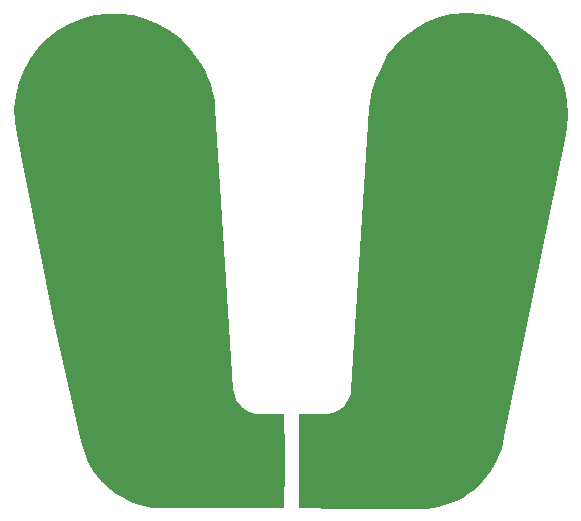
<source format=gbr>
%TF.GenerationSoftware,KiCad,Pcbnew,5.1.7-a382d34a8~88~ubuntu16.04.1*%
%TF.CreationDate,2021-09-09T22:43:01+02:00*%
%TF.ProjectId,korad_kel103_converter,6b6f7261-645f-46b6-956c-3130335f636f,rev?*%
%TF.SameCoordinates,Original*%
%TF.FileFunction,Copper,L1,Top*%
%TF.FilePolarity,Positive*%
%FSLAX46Y46*%
G04 Gerber Fmt 4.6, Leading zero omitted, Abs format (unit mm)*
G04 Created by KiCad (PCBNEW 5.1.7-a382d34a8~88~ubuntu16.04.1) date 2021-09-09 22:43:01*
%MOMM*%
%LPD*%
G01*
G04 APERTURE LIST*
%TA.AperFunction,SMDPad,CuDef*%
%ADD10R,4.000000X8.000000*%
%TD*%
%TA.AperFunction,ComponentPad*%
%ADD11C,0.900000*%
%TD*%
%TA.AperFunction,ComponentPad*%
%ADD12C,11.000000*%
%TD*%
%TA.AperFunction,ComponentPad*%
%ADD13C,16.000000*%
%TD*%
%TA.AperFunction,ViaPad*%
%ADD14C,0.800000*%
%TD*%
%TA.AperFunction,ViaPad*%
%ADD15C,2.000000*%
%TD*%
%TA.AperFunction,Conductor*%
%ADD16C,0.254000*%
%TD*%
%TA.AperFunction,Conductor*%
%ADD17C,0.100000*%
%TD*%
G04 APERTURE END LIST*
D10*
%TO.P,J5,1*%
%TO.N,Net-(J2-Pad1)*%
X139700000Y-93550000D03*
%TD*%
%TO.P,J6,1*%
%TO.N,Net-(J1-Pad1)*%
X134500000Y-93550000D03*
%TD*%
D11*
%TO.P,J4,1*%
%TO.N,Net-(J2-Pad1)*%
X144818019Y-88818019D03*
X143500000Y-92000000D03*
X144818019Y-95181981D03*
X148000000Y-96500000D03*
X151181981Y-95181981D03*
X152500000Y-92000000D03*
X151181981Y-88818019D03*
X148000000Y-87500000D03*
D12*
X148000000Y-92000000D03*
%TD*%
D11*
%TO.P,J3,1*%
%TO.N,Net-(J1-Pad1)*%
X122818019Y-88818019D03*
X121500000Y-92000000D03*
X122818019Y-95181981D03*
X126000000Y-96500000D03*
X129181981Y-95181981D03*
X130500000Y-92000000D03*
X129181981Y-88818019D03*
X126000000Y-87500000D03*
D12*
X126000000Y-92000000D03*
%TD*%
D13*
%TO.P,J2,1*%
%TO.N,Net-(J2-Pad1)*%
X151900000Y-63900000D03*
%TD*%
%TO.P,J1,1*%
%TO.N,Net-(J1-Pad1)*%
X122000000Y-64000000D03*
%TD*%
D14*
%TO.N,Net-(J1-Pad1)*%
X135750000Y-96500000D03*
X135750000Y-94750000D03*
X135750000Y-93250000D03*
X135750000Y-91750000D03*
X135750000Y-90250000D03*
D15*
X122000000Y-58000000D03*
X128000000Y-64000000D03*
X116000000Y-64000000D03*
X122000000Y-70000000D03*
X126000000Y-68000000D03*
X126000000Y-60000000D03*
X118000000Y-60000000D03*
X118000000Y-68000000D03*
D14*
X134500000Y-93250000D03*
X134500000Y-90250000D03*
X134500000Y-96500000D03*
X134500000Y-94750000D03*
X134500000Y-91750000D03*
X133250000Y-90250000D03*
X133250000Y-93250000D03*
X133250000Y-91750000D03*
X133250000Y-96500000D03*
X133250000Y-94750000D03*
D15*
%TO.N,Net-(J2-Pad1)*%
X152000000Y-58000000D03*
X152000000Y-70000000D03*
X158000000Y-64000000D03*
X146000000Y-64000000D03*
X148000000Y-68000000D03*
X148000000Y-60000000D03*
X156000000Y-60000000D03*
X156000000Y-68000000D03*
D14*
X139750000Y-93500000D03*
X139750000Y-92000000D03*
X138500000Y-95000000D03*
X138500000Y-92000000D03*
X141000000Y-93500000D03*
X141000000Y-95000000D03*
X138500000Y-90250000D03*
X139750000Y-95000000D03*
X139750000Y-96500000D03*
X141000000Y-92000000D03*
X139750000Y-90250000D03*
X138500000Y-96500000D03*
X138500000Y-93500000D03*
X141000000Y-90250000D03*
X141000000Y-96500000D03*
%TD*%
D16*
%TO.N,Net-(J1-Pad1)*%
X122560195Y-55721453D02*
X123650165Y-55868264D01*
X124711146Y-56157943D01*
X125724492Y-56585398D01*
X126672400Y-57143117D01*
X127538223Y-57821306D01*
X128309536Y-58610906D01*
X128831809Y-59293520D01*
X128864463Y-59342191D01*
X129373801Y-60031582D01*
X129660044Y-60604068D01*
X129879883Y-61083029D01*
X130066569Y-61573603D01*
X130220152Y-62075529D01*
X130339945Y-62586559D01*
X130425424Y-63104457D01*
X130476404Y-63628967D01*
X131988302Y-87387356D01*
X131989152Y-87396013D01*
X132029978Y-87703361D01*
X132033442Y-87720401D01*
X132115868Y-88019292D01*
X132121627Y-88035699D01*
X132244107Y-88320529D01*
X132252054Y-88335995D01*
X132412292Y-88601426D01*
X132422276Y-88615662D01*
X132617268Y-88856717D01*
X132629104Y-88869455D01*
X132855196Y-89081616D01*
X132868660Y-89092619D01*
X133121612Y-89271909D01*
X133136453Y-89280969D01*
X133411524Y-89424027D01*
X133427465Y-89430975D01*
X133719499Y-89535118D01*
X133736237Y-89539824D01*
X134039759Y-89603102D01*
X134056985Y-89605477D01*
X134366245Y-89626698D01*
X134659293Y-89647657D01*
X134937810Y-89708244D01*
X135204867Y-89807852D01*
X135455025Y-89944448D01*
X135683196Y-90115255D01*
X135884745Y-90316804D01*
X136055552Y-90544975D01*
X136192148Y-90795133D01*
X136291756Y-91062190D01*
X136352343Y-91340707D01*
X136373000Y-91629530D01*
X136373000Y-95245844D01*
X136354568Y-95527068D01*
X136300396Y-95799406D01*
X136211145Y-96062330D01*
X136088335Y-96311365D01*
X135934074Y-96542233D01*
X135750995Y-96750995D01*
X135542233Y-96934074D01*
X135311365Y-97088335D01*
X135062330Y-97211145D01*
X134799406Y-97300396D01*
X134527068Y-97354568D01*
X134245844Y-97373000D01*
X126252394Y-97373000D01*
X125721386Y-97353065D01*
X125195762Y-97293643D01*
X124676070Y-97194976D01*
X124165230Y-97057619D01*
X123666138Y-96882350D01*
X123181573Y-96670146D01*
X122714302Y-96422218D01*
X122266933Y-96139949D01*
X121841983Y-95824929D01*
X121441846Y-95478932D01*
X121068782Y-95103911D01*
X120724892Y-94701979D01*
X120412099Y-94275385D01*
X120132167Y-93826530D01*
X119886690Y-93357975D01*
X119677027Y-92872314D01*
X119504370Y-92372305D01*
X119369079Y-91858438D01*
X117107664Y-81741578D01*
X113904445Y-65828224D01*
X113733202Y-64712897D01*
X113711537Y-63613298D01*
X113835489Y-62520493D01*
X114102885Y-61453683D01*
X114509023Y-60431607D01*
X115046773Y-59472220D01*
X115706679Y-58592388D01*
X116477155Y-57807558D01*
X117344660Y-57131524D01*
X118293953Y-56576162D01*
X119308359Y-56151227D01*
X120370058Y-55864187D01*
X121460386Y-55720085D01*
X122560195Y-55721453D01*
%TA.AperFunction,Conductor*%
D17*
G36*
X122560195Y-55721453D02*
G01*
X123650165Y-55868264D01*
X124711146Y-56157943D01*
X125724492Y-56585398D01*
X126672400Y-57143117D01*
X127538223Y-57821306D01*
X128309536Y-58610906D01*
X128831809Y-59293520D01*
X128864463Y-59342191D01*
X129373801Y-60031582D01*
X129660044Y-60604068D01*
X129879883Y-61083029D01*
X130066569Y-61573603D01*
X130220152Y-62075529D01*
X130339945Y-62586559D01*
X130425424Y-63104457D01*
X130476404Y-63628967D01*
X131988302Y-87387356D01*
X131989152Y-87396013D01*
X132029978Y-87703361D01*
X132033442Y-87720401D01*
X132115868Y-88019292D01*
X132121627Y-88035699D01*
X132244107Y-88320529D01*
X132252054Y-88335995D01*
X132412292Y-88601426D01*
X132422276Y-88615662D01*
X132617268Y-88856717D01*
X132629104Y-88869455D01*
X132855196Y-89081616D01*
X132868660Y-89092619D01*
X133121612Y-89271909D01*
X133136453Y-89280969D01*
X133411524Y-89424027D01*
X133427465Y-89430975D01*
X133719499Y-89535118D01*
X133736237Y-89539824D01*
X134039759Y-89603102D01*
X134056985Y-89605477D01*
X134366245Y-89626698D01*
X134659293Y-89647657D01*
X134937810Y-89708244D01*
X135204867Y-89807852D01*
X135455025Y-89944448D01*
X135683196Y-90115255D01*
X135884745Y-90316804D01*
X136055552Y-90544975D01*
X136192148Y-90795133D01*
X136291756Y-91062190D01*
X136352343Y-91340707D01*
X136373000Y-91629530D01*
X136373000Y-95245844D01*
X136354568Y-95527068D01*
X136300396Y-95799406D01*
X136211145Y-96062330D01*
X136088335Y-96311365D01*
X135934074Y-96542233D01*
X135750995Y-96750995D01*
X135542233Y-96934074D01*
X135311365Y-97088335D01*
X135062330Y-97211145D01*
X134799406Y-97300396D01*
X134527068Y-97354568D01*
X134245844Y-97373000D01*
X126252394Y-97373000D01*
X125721386Y-97353065D01*
X125195762Y-97293643D01*
X124676070Y-97194976D01*
X124165230Y-97057619D01*
X123666138Y-96882350D01*
X123181573Y-96670146D01*
X122714302Y-96422218D01*
X122266933Y-96139949D01*
X121841983Y-95824929D01*
X121441846Y-95478932D01*
X121068782Y-95103911D01*
X120724892Y-94701979D01*
X120412099Y-94275385D01*
X120132167Y-93826530D01*
X119886690Y-93357975D01*
X119677027Y-92872314D01*
X119504370Y-92372305D01*
X119369079Y-91858438D01*
X117107664Y-81741578D01*
X113904445Y-65828224D01*
X113733202Y-64712897D01*
X113711537Y-63613298D01*
X113835489Y-62520493D01*
X114102885Y-61453683D01*
X114509023Y-60431607D01*
X115046773Y-59472220D01*
X115706679Y-58592388D01*
X116477155Y-57807558D01*
X117344660Y-57131524D01*
X118293953Y-56576162D01*
X119308359Y-56151227D01*
X120370058Y-55864187D01*
X121460386Y-55720085D01*
X122560195Y-55721453D01*
G37*
%TD.AperFunction*%
%TD*%
D16*
%TO.N,Net-(J2-Pad1)*%
X153102828Y-55726484D02*
X154186281Y-55944947D01*
X155231315Y-56304781D01*
X156219590Y-56799672D01*
X157133725Y-57420917D01*
X157957663Y-58157603D01*
X158676939Y-58996797D01*
X159278903Y-59923740D01*
X159752986Y-60922156D01*
X160090858Y-61974504D01*
X160286580Y-63062286D01*
X160336718Y-64166410D01*
X160239416Y-65278594D01*
X160137944Y-65817458D01*
X154941869Y-91430444D01*
X154839088Y-91890253D01*
X154703797Y-92404120D01*
X154531140Y-92904129D01*
X154321477Y-93389790D01*
X154076000Y-93858345D01*
X153796068Y-94307200D01*
X153483275Y-94733794D01*
X153139385Y-95135726D01*
X152766321Y-95510747D01*
X152366184Y-95856744D01*
X151941234Y-96171764D01*
X151493865Y-96454033D01*
X151026594Y-96701961D01*
X150542029Y-96914165D01*
X150042937Y-97089434D01*
X149532097Y-97226791D01*
X149012405Y-97325458D01*
X148486781Y-97384880D01*
X147955773Y-97404815D01*
X139983240Y-97404815D01*
X139704744Y-97386562D01*
X139435093Y-97332925D01*
X139174758Y-97244553D01*
X138928177Y-97122952D01*
X138699583Y-96970211D01*
X138492878Y-96788937D01*
X138311604Y-96582232D01*
X138158863Y-96353638D01*
X138037262Y-96107057D01*
X137948890Y-95846722D01*
X137895253Y-95577071D01*
X137877000Y-95298576D01*
X137877000Y-91640429D01*
X137897445Y-91354582D01*
X137957397Y-91078981D01*
X138055962Y-90814721D01*
X138191128Y-90567182D01*
X138360146Y-90341400D01*
X138559585Y-90141961D01*
X138785367Y-89972943D01*
X139032906Y-89837777D01*
X139297166Y-89739212D01*
X139572767Y-89679260D01*
X139862839Y-89658513D01*
X140169053Y-89637501D01*
X140186278Y-89635126D01*
X140486813Y-89572471D01*
X140503553Y-89567765D01*
X140792712Y-89464647D01*
X140808652Y-89457699D01*
X141081016Y-89316049D01*
X141095857Y-89306989D01*
X141346319Y-89129464D01*
X141359783Y-89118461D01*
X141583649Y-88908388D01*
X141595485Y-88895650D01*
X141788559Y-88656967D01*
X141798543Y-88642731D01*
X141957203Y-88379913D01*
X141965149Y-88364447D01*
X142086424Y-88082421D01*
X142092184Y-88066014D01*
X142173798Y-87770065D01*
X142177262Y-87753025D01*
X142217687Y-87448702D01*
X142218537Y-87440045D01*
X143731763Y-63660782D01*
X143782743Y-63136272D01*
X143868222Y-62618374D01*
X143988015Y-62107344D01*
X144141598Y-61605418D01*
X144328284Y-61114844D01*
X144548123Y-60635883D01*
X145292644Y-59146840D01*
X145840151Y-58448514D01*
X146638507Y-57669359D01*
X147532896Y-57002638D01*
X148507615Y-56460057D01*
X149545519Y-56051161D01*
X150628400Y-55783122D01*
X151753733Y-55658832D01*
X151987217Y-55652385D01*
X153102828Y-55726484D01*
%TA.AperFunction,Conductor*%
D17*
G36*
X153102828Y-55726484D02*
G01*
X154186281Y-55944947D01*
X155231315Y-56304781D01*
X156219590Y-56799672D01*
X157133725Y-57420917D01*
X157957663Y-58157603D01*
X158676939Y-58996797D01*
X159278903Y-59923740D01*
X159752986Y-60922156D01*
X160090858Y-61974504D01*
X160286580Y-63062286D01*
X160336718Y-64166410D01*
X160239416Y-65278594D01*
X160137944Y-65817458D01*
X154941869Y-91430444D01*
X154839088Y-91890253D01*
X154703797Y-92404120D01*
X154531140Y-92904129D01*
X154321477Y-93389790D01*
X154076000Y-93858345D01*
X153796068Y-94307200D01*
X153483275Y-94733794D01*
X153139385Y-95135726D01*
X152766321Y-95510747D01*
X152366184Y-95856744D01*
X151941234Y-96171764D01*
X151493865Y-96454033D01*
X151026594Y-96701961D01*
X150542029Y-96914165D01*
X150042937Y-97089434D01*
X149532097Y-97226791D01*
X149012405Y-97325458D01*
X148486781Y-97384880D01*
X147955773Y-97404815D01*
X139983240Y-97404815D01*
X139704744Y-97386562D01*
X139435093Y-97332925D01*
X139174758Y-97244553D01*
X138928177Y-97122952D01*
X138699583Y-96970211D01*
X138492878Y-96788937D01*
X138311604Y-96582232D01*
X138158863Y-96353638D01*
X138037262Y-96107057D01*
X137948890Y-95846722D01*
X137895253Y-95577071D01*
X137877000Y-95298576D01*
X137877000Y-91640429D01*
X137897445Y-91354582D01*
X137957397Y-91078981D01*
X138055962Y-90814721D01*
X138191128Y-90567182D01*
X138360146Y-90341400D01*
X138559585Y-90141961D01*
X138785367Y-89972943D01*
X139032906Y-89837777D01*
X139297166Y-89739212D01*
X139572767Y-89679260D01*
X139862839Y-89658513D01*
X140169053Y-89637501D01*
X140186278Y-89635126D01*
X140486813Y-89572471D01*
X140503553Y-89567765D01*
X140792712Y-89464647D01*
X140808652Y-89457699D01*
X141081016Y-89316049D01*
X141095857Y-89306989D01*
X141346319Y-89129464D01*
X141359783Y-89118461D01*
X141583649Y-88908388D01*
X141595485Y-88895650D01*
X141788559Y-88656967D01*
X141798543Y-88642731D01*
X141957203Y-88379913D01*
X141965149Y-88364447D01*
X142086424Y-88082421D01*
X142092184Y-88066014D01*
X142173798Y-87770065D01*
X142177262Y-87753025D01*
X142217687Y-87448702D01*
X142218537Y-87440045D01*
X143731763Y-63660782D01*
X143782743Y-63136272D01*
X143868222Y-62618374D01*
X143988015Y-62107344D01*
X144141598Y-61605418D01*
X144328284Y-61114844D01*
X144548123Y-60635883D01*
X145292644Y-59146840D01*
X145840151Y-58448514D01*
X146638507Y-57669359D01*
X147532896Y-57002638D01*
X148507615Y-56460057D01*
X149545519Y-56051161D01*
X150628400Y-55783122D01*
X151753733Y-55658832D01*
X151987217Y-55652385D01*
X153102828Y-55726484D01*
G37*
%TD.AperFunction*%
%TD*%
M02*

</source>
